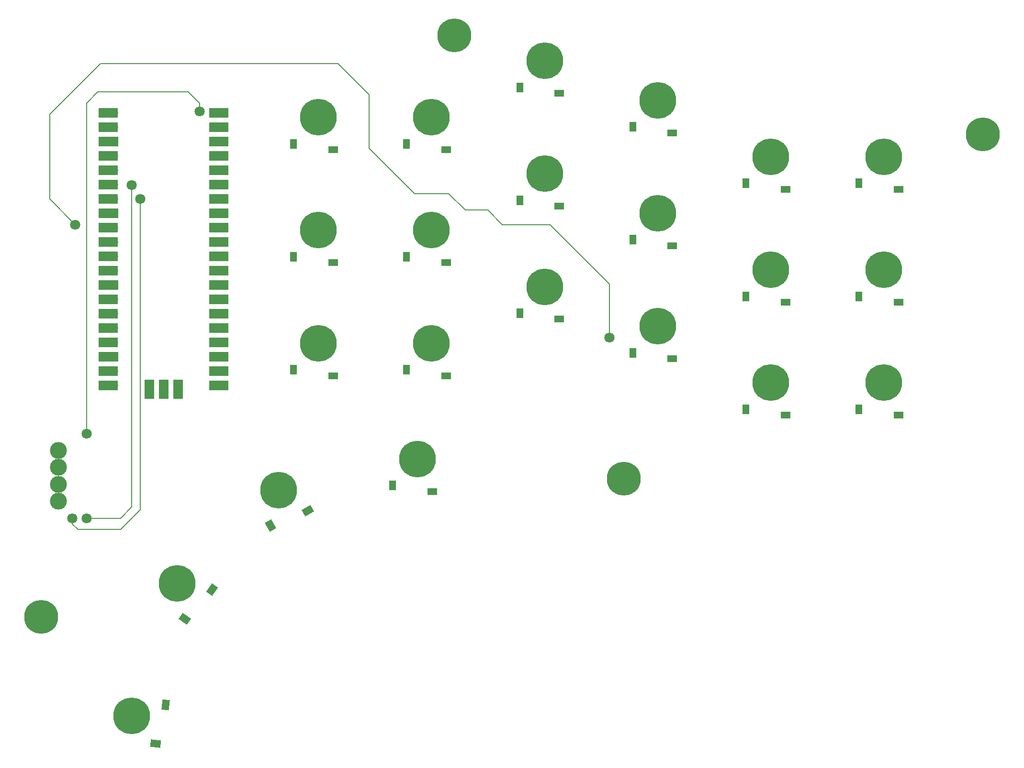
<source format=gbr>
%TF.GenerationSoftware,KiCad,Pcbnew,8.0.1*%
%TF.CreationDate,2024-04-26T18:58:42+02:00*%
%TF.ProjectId,PinkyPi,50696e6b-7950-4692-9e6b-696361645f70,rev?*%
%TF.SameCoordinates,Original*%
%TF.FileFunction,Copper,L1,Top*%
%TF.FilePolarity,Positive*%
%FSLAX46Y46*%
G04 Gerber Fmt 4.6, Leading zero omitted, Abs format (unit mm)*
G04 Created by KiCad (PCBNEW 8.0.1) date 2024-04-26 18:58:42*
%MOMM*%
%LPD*%
G01*
G04 APERTURE LIST*
G04 Aperture macros list*
%AMRotRect*
0 Rectangle, with rotation*
0 The origin of the aperture is its center*
0 $1 length*
0 $2 width*
0 $3 Rotation angle, in degrees counterclockwise*
0 Add horizontal line*
21,1,$1,$2,0,0,$3*%
G04 Aperture macros list end*
%TA.AperFunction,ComponentPad*%
%ADD10C,6.500000*%
%TD*%
%TA.AperFunction,ComponentPad*%
%ADD11R,1.800000X1.300000*%
%TD*%
%TA.AperFunction,ComponentPad*%
%ADD12R,1.300000X1.800000*%
%TD*%
%TA.AperFunction,ComponentPad*%
%ADD13O,1.700000X1.700000*%
%TD*%
%TA.AperFunction,SMDPad,CuDef*%
%ADD14R,3.500000X1.700000*%
%TD*%
%TA.AperFunction,ComponentPad*%
%ADD15R,1.700000X1.700000*%
%TD*%
%TA.AperFunction,SMDPad,CuDef*%
%ADD16R,1.700000X3.500000*%
%TD*%
%TA.AperFunction,ComponentPad*%
%ADD17RotRect,1.800000X1.300000X84.000000*%
%TD*%
%TA.AperFunction,ComponentPad*%
%ADD18RotRect,1.800000X1.300000X174.000000*%
%TD*%
%TA.AperFunction,ComponentPad*%
%ADD19RotRect,1.800000X1.300000X55.000000*%
%TD*%
%TA.AperFunction,ComponentPad*%
%ADD20RotRect,1.800000X1.300000X145.000000*%
%TD*%
%TA.AperFunction,ComponentPad*%
%ADD21C,3.000000*%
%TD*%
%TA.AperFunction,ComponentPad*%
%ADD22RotRect,1.800000X1.300000X30.000000*%
%TD*%
%TA.AperFunction,ComponentPad*%
%ADD23RotRect,1.800000X1.300000X120.000000*%
%TD*%
%TA.AperFunction,ViaPad*%
%ADD24C,1.800000*%
%TD*%
%TA.AperFunction,ViaPad*%
%ADD25C,6.000000*%
%TD*%
%TA.AperFunction,Conductor*%
%ADD26C,0.200000*%
%TD*%
G04 APERTURE END LIST*
D10*
%TO.P,U19,*%
%TO.N,*%
X133500000Y-69500000D03*
D11*
%TO.P,U19,1,IN*%
%TO.N,GND*%
X136100000Y-75250000D03*
D12*
%TO.P,U19,2,OUT*%
%TO.N,/L17*%
X129100000Y-74200000D03*
%TD*%
D10*
%TO.P,U9,*%
%TO.N,*%
X213500000Y-96500000D03*
D11*
%TO.P,U9,1,IN*%
%TO.N,GND*%
X216100000Y-102250000D03*
D12*
%TO.P,U9,2,OUT*%
%TO.N,/L8*%
X209100000Y-101200000D03*
%TD*%
D10*
%TO.P,U18,*%
%TO.N,*%
X113500000Y-69500000D03*
D11*
%TO.P,U18,1,IN*%
%TO.N,GND*%
X116100000Y-75250000D03*
D12*
%TO.P,U18,2,OUT*%
%TO.N,/L19*%
X109100000Y-74200000D03*
%TD*%
D10*
%TO.P,U1,*%
%TO.N,*%
X213500000Y-56500000D03*
D11*
%TO.P,U1,1,IN*%
%TO.N,GND*%
X216100000Y-62250000D03*
D12*
%TO.P,U1,2,OUT*%
%TO.N,/L1*%
X209100000Y-61200000D03*
%TD*%
D10*
%TO.P,U11,*%
%TO.N,*%
X193500000Y-96500000D03*
D11*
%TO.P,U11,1,IN*%
%TO.N,GND*%
X196100000Y-102250000D03*
D12*
%TO.P,U11,2,OUT*%
%TO.N,/L14*%
X189100000Y-101200000D03*
%TD*%
D10*
%TO.P,U24,*%
%TO.N,*%
X113500000Y-89500000D03*
D11*
%TO.P,U24,1,IN*%
%TO.N,GND*%
X116100000Y-95250000D03*
D12*
%TO.P,U24,2,OUT*%
%TO.N,/L22*%
X109100000Y-94200000D03*
%TD*%
D10*
%TO.P,U15,*%
%TO.N,*%
X113500000Y-49500000D03*
D11*
%TO.P,U15,1,IN*%
%TO.N,GND*%
X116100000Y-55250000D03*
D12*
%TO.P,U15,2,OUT*%
%TO.N,/L12*%
X109100000Y-54200000D03*
%TD*%
D10*
%TO.P,U21,*%
%TO.N,*%
X153500000Y-59500000D03*
D11*
%TO.P,U21,1,IN*%
%TO.N,GND*%
X156100000Y-65250000D03*
D12*
%TO.P,U21,2,OUT*%
%TO.N,/L18*%
X149100000Y-64200000D03*
%TD*%
D10*
%TO.P,U20,*%
%TO.N,*%
X173500000Y-46500000D03*
D11*
%TO.P,U20,1,IN*%
%TO.N,GND*%
X176100000Y-52250000D03*
D12*
%TO.P,U20,2,OUT*%
%TO.N,/L20*%
X169100000Y-51200000D03*
%TD*%
D13*
%TO.P,U5,1,GPIO0*%
%TO.N,unconnected-(U5-GPIO0-Pad1)*%
X77220000Y-48760000D03*
D14*
X76320000Y-48760000D03*
D13*
%TO.P,U5,2,GPIO1*%
%TO.N,unconnected-(U5-GPIO1-Pad2)*%
X77220000Y-51300000D03*
D14*
X76320000Y-51300000D03*
D15*
%TO.P,U5,3,GND*%
%TO.N,GND*%
X77220000Y-53840000D03*
D14*
X76320000Y-53840000D03*
D13*
%TO.P,U5,4,GPIO2*%
%TO.N,/L1*%
X77220000Y-56380000D03*
D14*
X76320000Y-56380000D03*
D13*
%TO.P,U5,5,GPIO3*%
%TO.N,/L2*%
X77220000Y-58920000D03*
D14*
X76320000Y-58920000D03*
D13*
%TO.P,U5,6,GPIO4*%
%TO.N,Net-(U23-TX)*%
X77220000Y-61460000D03*
D14*
X76320000Y-61460000D03*
D13*
%TO.P,U5,7,GPIO5*%
%TO.N,Net-(U23-RX)*%
X77220000Y-64000000D03*
D14*
X76320000Y-64000000D03*
D15*
%TO.P,U5,8,GND*%
%TO.N,GND*%
X77220000Y-66540000D03*
D14*
X76320000Y-66540000D03*
D13*
%TO.P,U5,9,GPIO6*%
%TO.N,/L3*%
X77220000Y-69080000D03*
D14*
X76320000Y-69080000D03*
D13*
%TO.P,U5,10,GPIO7*%
%TO.N,/L4*%
X77220000Y-71620000D03*
D14*
X76320000Y-71620000D03*
D13*
%TO.P,U5,11,GPIO8*%
%TO.N,/L5*%
X77220000Y-74160000D03*
D14*
X76320000Y-74160000D03*
D13*
%TO.P,U5,12,GPIO9*%
%TO.N,/L6*%
X77220000Y-76700000D03*
D14*
X76320000Y-76700000D03*
D15*
%TO.P,U5,13,GND*%
%TO.N,GND*%
X77220000Y-79240000D03*
D14*
X76320000Y-79240000D03*
D13*
%TO.P,U5,14,GPIO10*%
%TO.N,/L8*%
X77220000Y-81780000D03*
D14*
X76320000Y-81780000D03*
D13*
%TO.P,U5,15,GPIO11*%
%TO.N,/L9*%
X77220000Y-84320000D03*
D14*
X76320000Y-84320000D03*
D13*
%TO.P,U5,16,GPIO12*%
%TO.N,/L10*%
X77220000Y-86860000D03*
D14*
X76320000Y-86860000D03*
D13*
%TO.P,U5,17,GPIO13*%
%TO.N,/L11*%
X77220000Y-89400000D03*
D14*
X76320000Y-89400000D03*
D15*
%TO.P,U5,18,GND*%
%TO.N,GND*%
X77220000Y-91940000D03*
D14*
X76320000Y-91940000D03*
D13*
%TO.P,U5,19,GPIO14*%
%TO.N,/L13*%
X77220000Y-94480000D03*
D14*
X76320000Y-94480000D03*
D13*
%TO.P,U5,20,GPIO15*%
%TO.N,/L14*%
X77220000Y-97020000D03*
D14*
X76320000Y-97020000D03*
D13*
%TO.P,U5,21,GPIO16*%
%TO.N,/L15*%
X95000000Y-97020000D03*
D14*
X95900000Y-97020000D03*
D13*
%TO.P,U5,22,GPIO17*%
%TO.N,/L22*%
X95000000Y-94480000D03*
D14*
X95900000Y-94480000D03*
D15*
%TO.P,U5,23,GND*%
%TO.N,GND*%
X95000000Y-91940000D03*
D14*
X95900000Y-91940000D03*
D13*
%TO.P,U5,24,GPIO18*%
%TO.N,/L16*%
X95000000Y-89400000D03*
D14*
X95900000Y-89400000D03*
D13*
%TO.P,U5,25,GPIO19*%
%TO.N,/L17*%
X95000000Y-86860000D03*
D14*
X95900000Y-86860000D03*
D13*
%TO.P,U5,26,GPIO20*%
%TO.N,/L18*%
X95000000Y-84320000D03*
D14*
X95900000Y-84320000D03*
D13*
%TO.P,U5,27,GPIO21*%
%TO.N,/L19*%
X95000000Y-81780000D03*
D14*
X95900000Y-81780000D03*
D15*
%TO.P,U5,28,GND*%
%TO.N,GND*%
X95000000Y-79240000D03*
D14*
X95900000Y-79240000D03*
D13*
%TO.P,U5,29,GPIO22*%
%TO.N,/L20*%
X95000000Y-76700000D03*
D14*
X95900000Y-76700000D03*
D13*
%TO.P,U5,30,RUN*%
%TO.N,unconnected-(U5-RUN-Pad30)*%
X95000000Y-74160000D03*
D14*
X95900000Y-74160000D03*
D13*
%TO.P,U5,31,GPIO26_ADC0*%
%TO.N,/L21*%
X95000000Y-71620000D03*
D14*
X95900000Y-71620000D03*
D13*
%TO.P,U5,32,GPIO27_ADC1*%
%TO.N,/L7*%
X95000000Y-69080000D03*
D14*
X95900000Y-69080000D03*
D15*
%TO.P,U5,33,AGND*%
%TO.N,unconnected-(U5-AGND-Pad33)*%
X95000000Y-66540000D03*
D14*
X95900000Y-66540000D03*
D13*
%TO.P,U5,34,GPIO28_ADC2*%
%TO.N,/L12*%
X95000000Y-64000000D03*
D14*
X95900000Y-64000000D03*
D13*
%TO.P,U5,35,ADC_VREF*%
%TO.N,unconnected-(U5-ADC_VREF-Pad35)*%
X95000000Y-61460000D03*
D14*
X95900000Y-61460000D03*
D13*
%TO.P,U5,36,3V3*%
%TO.N,unconnected-(U5-3V3-Pad36)*%
X95000000Y-58920000D03*
D14*
X95900000Y-58920000D03*
D13*
%TO.P,U5,37,3V3_EN*%
%TO.N,unconnected-(U5-3V3_EN-Pad37)*%
X95000000Y-56380000D03*
D14*
X95900000Y-56380000D03*
D15*
%TO.P,U5,38,GND*%
%TO.N,GND*%
X95000000Y-53840000D03*
D14*
X95900000Y-53840000D03*
D13*
%TO.P,U5,39,VSYS*%
%TO.N,unconnected-(U5-VSYS-Pad39)*%
X95000000Y-51300000D03*
D14*
X95900000Y-51300000D03*
D13*
%TO.P,U5,40,VBUS*%
%TO.N,Net-(U23-VCC)*%
X95000000Y-48760000D03*
D14*
X95900000Y-48760000D03*
D13*
%TO.P,U5,41,SWCLK*%
%TO.N,unconnected-(U5-SWCLK-Pad41)*%
X83570000Y-96790000D03*
D16*
X83570000Y-97690000D03*
D15*
%TO.P,U5,42,GND*%
%TO.N,unconnected-(U5-GND-Pad42)*%
X86110000Y-96790000D03*
D16*
X86110000Y-97690000D03*
D13*
%TO.P,U5,43,SWDIO*%
%TO.N,unconnected-(U5-SWDIO-Pad43)*%
X88650000Y-96790000D03*
D16*
X88650000Y-97690000D03*
%TD*%
D10*
%TO.P,U14,*%
%TO.N,*%
X80500000Y-155500000D03*
D17*
%TO.P,U14,1,IN*%
%TO.N,GND*%
X86490275Y-153515282D03*
D18*
%TO.P,U14,2,OUT*%
%TO.N,/L9*%
X84714328Y-160367180D03*
%TD*%
D10*
%TO.P,U10,*%
%TO.N,*%
X88500000Y-132000000D03*
D19*
%TO.P,U10,1,IN*%
%TO.N,GND*%
X94701423Y-133168269D03*
D20*
%TO.P,U10,2,OUT*%
%TO.N,/L11*%
X89826278Y-138300078D03*
%TD*%
D10*
%TO.P,U8,*%
%TO.N,*%
X213500000Y-76500000D03*
D11*
%TO.P,U8,1,IN*%
%TO.N,GND*%
X216100000Y-82250000D03*
D12*
%TO.P,U8,2,OUT*%
%TO.N,/L5*%
X209100000Y-81200000D03*
%TD*%
D10*
%TO.P,U16,*%
%TO.N,*%
X133500000Y-89500000D03*
D11*
%TO.P,U16,1,IN*%
%TO.N,GND*%
X136100000Y-95250000D03*
D12*
%TO.P,U16,2,OUT*%
%TO.N,/L15*%
X129100000Y-94200000D03*
%TD*%
D10*
%TO.P,U17,*%
%TO.N,*%
X153500000Y-79500000D03*
D11*
%TO.P,U17,1,IN*%
%TO.N,GND*%
X156100000Y-85250000D03*
D12*
%TO.P,U17,2,OUT*%
%TO.N,/L16*%
X149100000Y-84200000D03*
%TD*%
D10*
%TO.P,U2,*%
%TO.N,*%
X173500000Y-66500000D03*
D11*
%TO.P,U2,1,IN*%
%TO.N,GND*%
X176100000Y-72250000D03*
D12*
%TO.P,U2,2,OUT*%
%TO.N,/L4*%
X169100000Y-71200000D03*
%TD*%
D21*
%TO.P,U23,2,GND*%
%TO.N,GND*%
X67500000Y-108500000D03*
X67500000Y-111500000D03*
X67500000Y-114500000D03*
X67500000Y-117500000D03*
%TD*%
D10*
%TO.P,U6,*%
%TO.N,*%
X131000000Y-110000000D03*
D11*
%TO.P,U6,1,IN*%
%TO.N,GND*%
X133600000Y-115750000D03*
D12*
%TO.P,U6,2,OUT*%
%TO.N,/L13*%
X126600000Y-114700000D03*
%TD*%
D10*
%TO.P,U4,*%
%TO.N,*%
X106500000Y-115500000D03*
D22*
%TO.P,U4,1,IN*%
%TO.N,GND*%
X111626666Y-119179646D03*
D23*
%TO.P,U4,2,OUT*%
%TO.N,/L10*%
X105039488Y-121770319D03*
%TD*%
D10*
%TO.P,U13,*%
%TO.N,*%
X193500000Y-76500000D03*
D11*
%TO.P,U13,1,IN*%
%TO.N,GND*%
X196100000Y-82250000D03*
D12*
%TO.P,U13,2,OUT*%
%TO.N,/L6*%
X189100000Y-81200000D03*
%TD*%
D10*
%TO.P,U7,*%
%TO.N,*%
X193500000Y-56500000D03*
D11*
%TO.P,U7,1,IN*%
%TO.N,GND*%
X196100000Y-62250000D03*
D12*
%TO.P,U7,2,OUT*%
%TO.N,/L2*%
X189100000Y-61200000D03*
%TD*%
D10*
%TO.P,U22,*%
%TO.N,*%
X153500000Y-39500000D03*
D11*
%TO.P,U22,1,IN*%
%TO.N,GND*%
X156100000Y-45250000D03*
D12*
%TO.P,U22,2,OUT*%
%TO.N,/L21*%
X149100000Y-44200000D03*
%TD*%
D10*
%TO.P,U3,*%
%TO.N,*%
X133500000Y-49500000D03*
D11*
%TO.P,U3,1,IN*%
%TO.N,GND*%
X136100000Y-55250000D03*
D12*
%TO.P,U3,2,OUT*%
%TO.N,/L7*%
X129100000Y-54200000D03*
%TD*%
D10*
%TO.P,U12,*%
%TO.N,*%
X173500000Y-86500000D03*
D11*
%TO.P,U12,1,IN*%
%TO.N,GND*%
X176100000Y-92250000D03*
D12*
%TO.P,U12,2,OUT*%
%TO.N,/L3*%
X169100000Y-91200000D03*
%TD*%
D24*
%TO.N,Net-(U23-VCC)*%
X92500000Y-48500000D03*
X72500000Y-105500000D03*
%TO.N,Net-(U23-RX)*%
X82000000Y-64000000D03*
%TO.N,Net-(U23-TX)*%
X80500000Y-61500000D03*
X72500000Y-120500000D03*
%TO.N,Net-(U23-RX)*%
X70000000Y-120500000D03*
%TO.N,/L3*%
X165000000Y-88500000D03*
X70500000Y-68500000D03*
D25*
%TO.N,*%
X64500000Y-138000000D03*
X231000000Y-52500000D03*
X167500000Y-113500000D03*
X137500000Y-35000000D03*
%TD*%
D26*
%TO.N,/L3*%
X66000000Y-64000000D02*
X70500000Y-68500000D01*
X66000000Y-49000000D02*
X66000000Y-64000000D01*
X75000000Y-40000000D02*
X66000000Y-49000000D01*
X117000000Y-40000000D02*
X75000000Y-40000000D01*
X130500000Y-63000000D02*
X122500000Y-55000000D01*
X122500000Y-55000000D02*
X122500000Y-45500000D01*
X136500000Y-63000000D02*
X130500000Y-63000000D01*
X139450000Y-65950000D02*
X136500000Y-63000000D01*
X143450000Y-65950000D02*
X139450000Y-65950000D01*
X146000000Y-68500000D02*
X143450000Y-65950000D01*
X165000000Y-79000000D02*
X154500000Y-68500000D01*
X122500000Y-45500000D02*
X117000000Y-40000000D01*
X154500000Y-68500000D02*
X146000000Y-68500000D01*
X165000000Y-88500000D02*
X165000000Y-79000000D01*
%TO.N,Net-(U23-VCC)*%
X92500000Y-47000000D02*
X92500000Y-48500000D01*
X90500000Y-45000000D02*
X92500000Y-47000000D01*
X74500000Y-45000000D02*
X90500000Y-45000000D01*
X72500000Y-105500000D02*
X72500000Y-47000000D01*
X72500000Y-47000000D02*
X74500000Y-45000000D01*
%TO.N,Net-(U23-RX)*%
X70000000Y-121500000D02*
X70000000Y-120500000D01*
X71000000Y-122500000D02*
X70000000Y-121500000D01*
X82000000Y-119000000D02*
X78500000Y-122500000D01*
X82000000Y-64000000D02*
X82000000Y-119000000D01*
X78500000Y-122500000D02*
X71000000Y-122500000D01*
%TO.N,Net-(U23-TX)*%
X78500000Y-120500000D02*
X72500000Y-120500000D01*
X80500000Y-118500000D02*
X78500000Y-120500000D01*
X80500000Y-61500000D02*
X80500000Y-118500000D01*
%TO.N,GND*%
X95840000Y-53000000D02*
X95000000Y-53840000D01*
%TO.N,/L7*%
X96560000Y-69080000D02*
X95000000Y-69080000D01*
%TD*%
M02*

</source>
